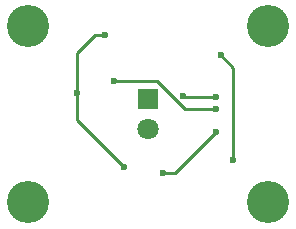
<source format=gbl>
%TF.GenerationSoftware,KiCad,Pcbnew,7.0.8-7.0.8~ubuntu22.04.1*%
%TF.CreationDate,2023-11-25T18:45:18-08:00*%
%TF.ProjectId,radial_18mA,72616469-616c-45f3-9138-6d412e6b6963,rev?*%
%TF.SameCoordinates,Original*%
%TF.FileFunction,Copper,L2,Bot*%
%TF.FilePolarity,Positive*%
%FSLAX46Y46*%
G04 Gerber Fmt 4.6, Leading zero omitted, Abs format (unit mm)*
G04 Created by KiCad (PCBNEW 7.0.8-7.0.8~ubuntu22.04.1) date 2023-11-25 18:45:18*
%MOMM*%
%LPD*%
G01*
G04 APERTURE LIST*
%TA.AperFunction,ComponentPad*%
%ADD10C,3.570000*%
%TD*%
%TA.AperFunction,ComponentPad*%
%ADD11R,1.800000X1.800000*%
%TD*%
%TA.AperFunction,ComponentPad*%
%ADD12C,1.800000*%
%TD*%
%TA.AperFunction,ViaPad*%
%ADD13C,0.600000*%
%TD*%
%TA.AperFunction,Conductor*%
%ADD14C,0.250000*%
%TD*%
G04 APERTURE END LIST*
D10*
%TO.P,M1,~*%
%TO.N,N/C*%
X52540000Y-52540000D03*
%TD*%
%TO.P,M2,~*%
%TO.N,N/C*%
X72860000Y-52540000D03*
%TD*%
%TO.P,M3,~*%
%TO.N,N/C*%
X72860000Y-67460000D03*
%TD*%
%TO.P,M4,~*%
%TO.N,N/C*%
X52540000Y-67460000D03*
%TD*%
D11*
%TO.P,D1,1,K*%
%TO.N,Net-(D1-K)*%
X62700000Y-58730000D03*
D12*
%TO.P,D1,2,A*%
%TO.N,Net-(D1-A)*%
X62700000Y-61270000D03*
%TD*%
D13*
%TO.N,GND*%
X60680600Y-64439800D03*
X56718200Y-58166000D03*
X63945200Y-64976000D03*
X59080400Y-53314600D03*
X68453000Y-61493400D03*
%TO.N,/SCL*%
X68453000Y-58490000D03*
X65659000Y-58470800D03*
%TO.N,/SDA*%
X59791600Y-57200800D03*
X68472931Y-59517669D03*
%TO.N,/5V*%
X69900800Y-63881000D03*
X68830000Y-54990000D03*
%TD*%
D14*
%TO.N,GND*%
X63945200Y-64976000D02*
X64970400Y-64976000D01*
X56718200Y-54838600D02*
X58242200Y-53314600D01*
X63915000Y-64945800D02*
X63945200Y-64976000D01*
X56718200Y-60477400D02*
X60680600Y-64439800D01*
X58242200Y-53314600D02*
X59080400Y-53314600D01*
X64970400Y-64976000D02*
X68453000Y-61493400D01*
X56718200Y-58166000D02*
X56718200Y-54838600D01*
X56718200Y-58166000D02*
X56718200Y-60477400D01*
%TO.N,/SCL*%
X68453000Y-58490000D02*
X65678200Y-58490000D01*
X65678200Y-58490000D02*
X65659000Y-58470800D01*
%TO.N,/SDA*%
X61449200Y-57200800D02*
X59791600Y-57200800D01*
X68472931Y-59517669D02*
X65791469Y-59517669D01*
X65791469Y-59517669D02*
X63463800Y-57190000D01*
X61460000Y-57190000D02*
X61449200Y-57200800D01*
X63463800Y-57190000D02*
X61460000Y-57190000D01*
%TO.N,/5V*%
X69900800Y-56083200D02*
X68830000Y-55012400D01*
X68830000Y-55012400D02*
X68830000Y-54990000D01*
X69900800Y-63881000D02*
X69900800Y-56083200D01*
%TD*%
M02*

</source>
